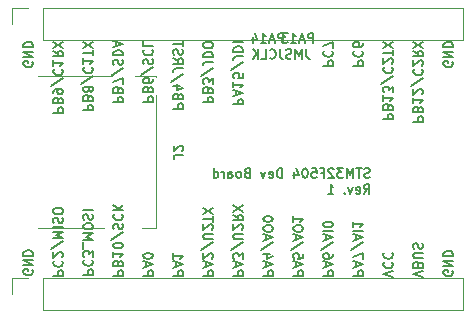
<source format=gbr>
%TF.GenerationSoftware,KiCad,Pcbnew,5.1.6+dfsg1-1*%
%TF.CreationDate,2020-06-20T13:40:11+08:00*%
%TF.ProjectId,stm32dev,73746d33-3264-4657-962e-6b696361645f,rev?*%
%TF.SameCoordinates,Original*%
%TF.FileFunction,Legend,Bot*%
%TF.FilePolarity,Positive*%
%FSLAX46Y46*%
G04 Gerber Fmt 4.6, Leading zero omitted, Abs format (unit mm)*
G04 Created by KiCad (PCBNEW 5.1.6+dfsg1-1) date 2020-06-20 13:40:11*
%MOMM*%
%LPD*%
G01*
G04 APERTURE LIST*
%ADD10C,0.150000*%
%ADD11C,0.120000*%
G04 APERTURE END LIST*
D10*
X166120119Y-99343809D02*
X166005833Y-99381904D01*
X165815357Y-99381904D01*
X165739166Y-99343809D01*
X165701071Y-99305714D01*
X165662976Y-99229523D01*
X165662976Y-99153333D01*
X165701071Y-99077142D01*
X165739166Y-99039047D01*
X165815357Y-99000952D01*
X165967738Y-98962857D01*
X166043928Y-98924761D01*
X166082023Y-98886666D01*
X166120119Y-98810476D01*
X166120119Y-98734285D01*
X166082023Y-98658095D01*
X166043928Y-98620000D01*
X165967738Y-98581904D01*
X165777261Y-98581904D01*
X165662976Y-98620000D01*
X165434404Y-98581904D02*
X164977261Y-98581904D01*
X165205833Y-99381904D02*
X165205833Y-98581904D01*
X164710595Y-99381904D02*
X164710595Y-98581904D01*
X164443928Y-99153333D01*
X164177261Y-98581904D01*
X164177261Y-99381904D01*
X163872500Y-98581904D02*
X163377261Y-98581904D01*
X163643928Y-98886666D01*
X163529642Y-98886666D01*
X163453452Y-98924761D01*
X163415357Y-98962857D01*
X163377261Y-99039047D01*
X163377261Y-99229523D01*
X163415357Y-99305714D01*
X163453452Y-99343809D01*
X163529642Y-99381904D01*
X163758214Y-99381904D01*
X163834404Y-99343809D01*
X163872500Y-99305714D01*
X163072500Y-98658095D02*
X163034404Y-98620000D01*
X162958214Y-98581904D01*
X162767738Y-98581904D01*
X162691547Y-98620000D01*
X162653452Y-98658095D01*
X162615357Y-98734285D01*
X162615357Y-98810476D01*
X162653452Y-98924761D01*
X163110595Y-99381904D01*
X162615357Y-99381904D01*
X162005833Y-98962857D02*
X162272500Y-98962857D01*
X162272500Y-99381904D02*
X162272500Y-98581904D01*
X161891547Y-98581904D01*
X161205833Y-98581904D02*
X161586785Y-98581904D01*
X161624880Y-98962857D01*
X161586785Y-98924761D01*
X161510595Y-98886666D01*
X161320119Y-98886666D01*
X161243928Y-98924761D01*
X161205833Y-98962857D01*
X161167738Y-99039047D01*
X161167738Y-99229523D01*
X161205833Y-99305714D01*
X161243928Y-99343809D01*
X161320119Y-99381904D01*
X161510595Y-99381904D01*
X161586785Y-99343809D01*
X161624880Y-99305714D01*
X160672500Y-98581904D02*
X160596309Y-98581904D01*
X160520119Y-98620000D01*
X160482023Y-98658095D01*
X160443928Y-98734285D01*
X160405833Y-98886666D01*
X160405833Y-99077142D01*
X160443928Y-99229523D01*
X160482023Y-99305714D01*
X160520119Y-99343809D01*
X160596309Y-99381904D01*
X160672500Y-99381904D01*
X160748690Y-99343809D01*
X160786785Y-99305714D01*
X160824880Y-99229523D01*
X160862976Y-99077142D01*
X160862976Y-98886666D01*
X160824880Y-98734285D01*
X160786785Y-98658095D01*
X160748690Y-98620000D01*
X160672500Y-98581904D01*
X159720119Y-98848571D02*
X159720119Y-99381904D01*
X159910595Y-98543809D02*
X160101071Y-99115238D01*
X159605833Y-99115238D01*
X158691547Y-99381904D02*
X158691547Y-98581904D01*
X158501071Y-98581904D01*
X158386785Y-98620000D01*
X158310595Y-98696190D01*
X158272500Y-98772380D01*
X158234404Y-98924761D01*
X158234404Y-99039047D01*
X158272500Y-99191428D01*
X158310595Y-99267619D01*
X158386785Y-99343809D01*
X158501071Y-99381904D01*
X158691547Y-99381904D01*
X157586785Y-99343809D02*
X157662976Y-99381904D01*
X157815357Y-99381904D01*
X157891547Y-99343809D01*
X157929642Y-99267619D01*
X157929642Y-98962857D01*
X157891547Y-98886666D01*
X157815357Y-98848571D01*
X157662976Y-98848571D01*
X157586785Y-98886666D01*
X157548690Y-98962857D01*
X157548690Y-99039047D01*
X157929642Y-99115238D01*
X157282023Y-98848571D02*
X157091547Y-99381904D01*
X156901071Y-98848571D01*
X155720119Y-98962857D02*
X155605833Y-99000952D01*
X155567738Y-99039047D01*
X155529642Y-99115238D01*
X155529642Y-99229523D01*
X155567738Y-99305714D01*
X155605833Y-99343809D01*
X155682023Y-99381904D01*
X155986785Y-99381904D01*
X155986785Y-98581904D01*
X155720119Y-98581904D01*
X155643928Y-98620000D01*
X155605833Y-98658095D01*
X155567738Y-98734285D01*
X155567738Y-98810476D01*
X155605833Y-98886666D01*
X155643928Y-98924761D01*
X155720119Y-98962857D01*
X155986785Y-98962857D01*
X155072500Y-99381904D02*
X155148690Y-99343809D01*
X155186785Y-99305714D01*
X155224880Y-99229523D01*
X155224880Y-99000952D01*
X155186785Y-98924761D01*
X155148690Y-98886666D01*
X155072500Y-98848571D01*
X154958214Y-98848571D01*
X154882023Y-98886666D01*
X154843928Y-98924761D01*
X154805833Y-99000952D01*
X154805833Y-99229523D01*
X154843928Y-99305714D01*
X154882023Y-99343809D01*
X154958214Y-99381904D01*
X155072500Y-99381904D01*
X154120119Y-99381904D02*
X154120119Y-98962857D01*
X154158214Y-98886666D01*
X154234404Y-98848571D01*
X154386785Y-98848571D01*
X154462976Y-98886666D01*
X154120119Y-99343809D02*
X154196309Y-99381904D01*
X154386785Y-99381904D01*
X154462976Y-99343809D01*
X154501071Y-99267619D01*
X154501071Y-99191428D01*
X154462976Y-99115238D01*
X154386785Y-99077142D01*
X154196309Y-99077142D01*
X154120119Y-99039047D01*
X153739166Y-99381904D02*
X153739166Y-98848571D01*
X153739166Y-99000952D02*
X153701071Y-98924761D01*
X153662976Y-98886666D01*
X153586785Y-98848571D01*
X153510595Y-98848571D01*
X152901071Y-99381904D02*
X152901071Y-98581904D01*
X152901071Y-99343809D02*
X152977261Y-99381904D01*
X153129642Y-99381904D01*
X153205833Y-99343809D01*
X153243928Y-99305714D01*
X153282023Y-99229523D01*
X153282023Y-99000952D01*
X153243928Y-98924761D01*
X153205833Y-98886666D01*
X153129642Y-98848571D01*
X152977261Y-98848571D01*
X152901071Y-98886666D01*
X165624880Y-100731904D02*
X165891547Y-100350952D01*
X166082023Y-100731904D02*
X166082023Y-99931904D01*
X165777261Y-99931904D01*
X165701071Y-99970000D01*
X165662976Y-100008095D01*
X165624880Y-100084285D01*
X165624880Y-100198571D01*
X165662976Y-100274761D01*
X165701071Y-100312857D01*
X165777261Y-100350952D01*
X166082023Y-100350952D01*
X164977261Y-100693809D02*
X165053452Y-100731904D01*
X165205833Y-100731904D01*
X165282023Y-100693809D01*
X165320119Y-100617619D01*
X165320119Y-100312857D01*
X165282023Y-100236666D01*
X165205833Y-100198571D01*
X165053452Y-100198571D01*
X164977261Y-100236666D01*
X164939166Y-100312857D01*
X164939166Y-100389047D01*
X165320119Y-100465238D01*
X164672500Y-100198571D02*
X164482023Y-100731904D01*
X164291547Y-100198571D01*
X163986785Y-100655714D02*
X163948690Y-100693809D01*
X163986785Y-100731904D01*
X164024880Y-100693809D01*
X163986785Y-100655714D01*
X163986785Y-100731904D01*
X162577261Y-100731904D02*
X163034404Y-100731904D01*
X162805833Y-100731904D02*
X162805833Y-99931904D01*
X162882023Y-100046190D01*
X162958214Y-100122380D01*
X163034404Y-100160476D01*
X137560000Y-89556071D02*
X137598095Y-89632261D01*
X137598095Y-89746547D01*
X137560000Y-89860833D01*
X137483809Y-89937023D01*
X137407619Y-89975119D01*
X137255238Y-90013214D01*
X137140952Y-90013214D01*
X136988571Y-89975119D01*
X136912380Y-89937023D01*
X136836190Y-89860833D01*
X136798095Y-89746547D01*
X136798095Y-89670357D01*
X136836190Y-89556071D01*
X136874285Y-89517976D01*
X137140952Y-89517976D01*
X137140952Y-89670357D01*
X136798095Y-89175119D02*
X137598095Y-89175119D01*
X136798095Y-88717976D01*
X137598095Y-88717976D01*
X136798095Y-88337023D02*
X137598095Y-88337023D01*
X137598095Y-88146547D01*
X137560000Y-88032261D01*
X137483809Y-87956071D01*
X137407619Y-87917976D01*
X137255238Y-87879880D01*
X137140952Y-87879880D01*
X136988571Y-87917976D01*
X136912380Y-87956071D01*
X136836190Y-88032261D01*
X136798095Y-88146547D01*
X136798095Y-88337023D01*
X139338095Y-93860833D02*
X140138095Y-93860833D01*
X140138095Y-93556071D01*
X140100000Y-93479880D01*
X140061904Y-93441785D01*
X139985714Y-93403690D01*
X139871428Y-93403690D01*
X139795238Y-93441785D01*
X139757142Y-93479880D01*
X139719047Y-93556071D01*
X139719047Y-93860833D01*
X139757142Y-92794166D02*
X139719047Y-92679880D01*
X139680952Y-92641785D01*
X139604761Y-92603690D01*
X139490476Y-92603690D01*
X139414285Y-92641785D01*
X139376190Y-92679880D01*
X139338095Y-92756071D01*
X139338095Y-93060833D01*
X140138095Y-93060833D01*
X140138095Y-92794166D01*
X140100000Y-92717976D01*
X140061904Y-92679880D01*
X139985714Y-92641785D01*
X139909523Y-92641785D01*
X139833333Y-92679880D01*
X139795238Y-92717976D01*
X139757142Y-92794166D01*
X139757142Y-93060833D01*
X139338095Y-92222738D02*
X139338095Y-92070357D01*
X139376190Y-91994166D01*
X139414285Y-91956071D01*
X139528571Y-91879880D01*
X139680952Y-91841785D01*
X139985714Y-91841785D01*
X140061904Y-91879880D01*
X140100000Y-91917976D01*
X140138095Y-91994166D01*
X140138095Y-92146547D01*
X140100000Y-92222738D01*
X140061904Y-92260833D01*
X139985714Y-92298928D01*
X139795238Y-92298928D01*
X139719047Y-92260833D01*
X139680952Y-92222738D01*
X139642857Y-92146547D01*
X139642857Y-91994166D01*
X139680952Y-91917976D01*
X139719047Y-91879880D01*
X139795238Y-91841785D01*
X140176190Y-90927500D02*
X139147619Y-91613214D01*
X139414285Y-90203690D02*
X139376190Y-90241785D01*
X139338095Y-90356071D01*
X139338095Y-90432261D01*
X139376190Y-90546547D01*
X139452380Y-90622738D01*
X139528571Y-90660833D01*
X139680952Y-90698928D01*
X139795238Y-90698928D01*
X139947619Y-90660833D01*
X140023809Y-90622738D01*
X140100000Y-90546547D01*
X140138095Y-90432261D01*
X140138095Y-90356071D01*
X140100000Y-90241785D01*
X140061904Y-90203690D01*
X139338095Y-89441785D02*
X139338095Y-89898928D01*
X139338095Y-89670357D02*
X140138095Y-89670357D01*
X140023809Y-89746547D01*
X139947619Y-89822738D01*
X139909523Y-89898928D01*
X139338095Y-88641785D02*
X139719047Y-88908452D01*
X139338095Y-89098928D02*
X140138095Y-89098928D01*
X140138095Y-88794166D01*
X140100000Y-88717976D01*
X140061904Y-88679880D01*
X139985714Y-88641785D01*
X139871428Y-88641785D01*
X139795238Y-88679880D01*
X139757142Y-88717976D01*
X139719047Y-88794166D01*
X139719047Y-89098928D01*
X140138095Y-88375119D02*
X139338095Y-87841785D01*
X140138095Y-87841785D02*
X139338095Y-88375119D01*
X141878095Y-93670357D02*
X142678095Y-93670357D01*
X142678095Y-93365595D01*
X142640000Y-93289404D01*
X142601904Y-93251309D01*
X142525714Y-93213214D01*
X142411428Y-93213214D01*
X142335238Y-93251309D01*
X142297142Y-93289404D01*
X142259047Y-93365595D01*
X142259047Y-93670357D01*
X142297142Y-92603690D02*
X142259047Y-92489404D01*
X142220952Y-92451309D01*
X142144761Y-92413214D01*
X142030476Y-92413214D01*
X141954285Y-92451309D01*
X141916190Y-92489404D01*
X141878095Y-92565595D01*
X141878095Y-92870357D01*
X142678095Y-92870357D01*
X142678095Y-92603690D01*
X142640000Y-92527500D01*
X142601904Y-92489404D01*
X142525714Y-92451309D01*
X142449523Y-92451309D01*
X142373333Y-92489404D01*
X142335238Y-92527500D01*
X142297142Y-92603690D01*
X142297142Y-92870357D01*
X142335238Y-91956071D02*
X142373333Y-92032261D01*
X142411428Y-92070357D01*
X142487619Y-92108452D01*
X142525714Y-92108452D01*
X142601904Y-92070357D01*
X142640000Y-92032261D01*
X142678095Y-91956071D01*
X142678095Y-91803690D01*
X142640000Y-91727500D01*
X142601904Y-91689404D01*
X142525714Y-91651309D01*
X142487619Y-91651309D01*
X142411428Y-91689404D01*
X142373333Y-91727500D01*
X142335238Y-91803690D01*
X142335238Y-91956071D01*
X142297142Y-92032261D01*
X142259047Y-92070357D01*
X142182857Y-92108452D01*
X142030476Y-92108452D01*
X141954285Y-92070357D01*
X141916190Y-92032261D01*
X141878095Y-91956071D01*
X141878095Y-91803690D01*
X141916190Y-91727500D01*
X141954285Y-91689404D01*
X142030476Y-91651309D01*
X142182857Y-91651309D01*
X142259047Y-91689404D01*
X142297142Y-91727500D01*
X142335238Y-91803690D01*
X142716190Y-90737023D02*
X141687619Y-91422738D01*
X141954285Y-90013214D02*
X141916190Y-90051309D01*
X141878095Y-90165595D01*
X141878095Y-90241785D01*
X141916190Y-90356071D01*
X141992380Y-90432261D01*
X142068571Y-90470357D01*
X142220952Y-90508452D01*
X142335238Y-90508452D01*
X142487619Y-90470357D01*
X142563809Y-90432261D01*
X142640000Y-90356071D01*
X142678095Y-90241785D01*
X142678095Y-90165595D01*
X142640000Y-90051309D01*
X142601904Y-90013214D01*
X141878095Y-89251309D02*
X141878095Y-89708452D01*
X141878095Y-89479880D02*
X142678095Y-89479880D01*
X142563809Y-89556071D01*
X142487619Y-89632261D01*
X142449523Y-89708452D01*
X142678095Y-89022738D02*
X142678095Y-88565595D01*
X141878095Y-88794166D02*
X142678095Y-88794166D01*
X142678095Y-88375119D02*
X141878095Y-87841785D01*
X142678095Y-87841785D02*
X141878095Y-88375119D01*
X144418095Y-92984642D02*
X145218095Y-92984642D01*
X145218095Y-92679880D01*
X145180000Y-92603690D01*
X145141904Y-92565595D01*
X145065714Y-92527500D01*
X144951428Y-92527500D01*
X144875238Y-92565595D01*
X144837142Y-92603690D01*
X144799047Y-92679880D01*
X144799047Y-92984642D01*
X144837142Y-91917976D02*
X144799047Y-91803690D01*
X144760952Y-91765595D01*
X144684761Y-91727500D01*
X144570476Y-91727500D01*
X144494285Y-91765595D01*
X144456190Y-91803690D01*
X144418095Y-91879880D01*
X144418095Y-92184642D01*
X145218095Y-92184642D01*
X145218095Y-91917976D01*
X145180000Y-91841785D01*
X145141904Y-91803690D01*
X145065714Y-91765595D01*
X144989523Y-91765595D01*
X144913333Y-91803690D01*
X144875238Y-91841785D01*
X144837142Y-91917976D01*
X144837142Y-92184642D01*
X145218095Y-91460833D02*
X145218095Y-90927500D01*
X144418095Y-91270357D01*
X145256190Y-90051309D02*
X144227619Y-90737023D01*
X144456190Y-89822738D02*
X144418095Y-89708452D01*
X144418095Y-89517976D01*
X144456190Y-89441785D01*
X144494285Y-89403690D01*
X144570476Y-89365595D01*
X144646666Y-89365595D01*
X144722857Y-89403690D01*
X144760952Y-89441785D01*
X144799047Y-89517976D01*
X144837142Y-89670357D01*
X144875238Y-89746547D01*
X144913333Y-89784642D01*
X144989523Y-89822738D01*
X145065714Y-89822738D01*
X145141904Y-89784642D01*
X145180000Y-89746547D01*
X145218095Y-89670357D01*
X145218095Y-89479880D01*
X145180000Y-89365595D01*
X144418095Y-89022738D02*
X145218095Y-89022738D01*
X145218095Y-88832261D01*
X145180000Y-88717976D01*
X145103809Y-88641785D01*
X145027619Y-88603690D01*
X144875238Y-88565595D01*
X144760952Y-88565595D01*
X144608571Y-88603690D01*
X144532380Y-88641785D01*
X144456190Y-88717976D01*
X144418095Y-88832261D01*
X144418095Y-89022738D01*
X144646666Y-88260833D02*
X144646666Y-87879880D01*
X144418095Y-88337023D02*
X145218095Y-88070357D01*
X144418095Y-87803690D01*
X146958095Y-92946547D02*
X147758095Y-92946547D01*
X147758095Y-92641785D01*
X147720000Y-92565595D01*
X147681904Y-92527500D01*
X147605714Y-92489404D01*
X147491428Y-92489404D01*
X147415238Y-92527500D01*
X147377142Y-92565595D01*
X147339047Y-92641785D01*
X147339047Y-92946547D01*
X147377142Y-91879880D02*
X147339047Y-91765595D01*
X147300952Y-91727500D01*
X147224761Y-91689404D01*
X147110476Y-91689404D01*
X147034285Y-91727500D01*
X146996190Y-91765595D01*
X146958095Y-91841785D01*
X146958095Y-92146547D01*
X147758095Y-92146547D01*
X147758095Y-91879880D01*
X147720000Y-91803690D01*
X147681904Y-91765595D01*
X147605714Y-91727500D01*
X147529523Y-91727500D01*
X147453333Y-91765595D01*
X147415238Y-91803690D01*
X147377142Y-91879880D01*
X147377142Y-92146547D01*
X147758095Y-91003690D02*
X147758095Y-91156071D01*
X147720000Y-91232261D01*
X147681904Y-91270357D01*
X147567619Y-91346547D01*
X147415238Y-91384642D01*
X147110476Y-91384642D01*
X147034285Y-91346547D01*
X146996190Y-91308452D01*
X146958095Y-91232261D01*
X146958095Y-91079880D01*
X146996190Y-91003690D01*
X147034285Y-90965595D01*
X147110476Y-90927500D01*
X147300952Y-90927500D01*
X147377142Y-90965595D01*
X147415238Y-91003690D01*
X147453333Y-91079880D01*
X147453333Y-91232261D01*
X147415238Y-91308452D01*
X147377142Y-91346547D01*
X147300952Y-91384642D01*
X147796190Y-90013214D02*
X146767619Y-90698928D01*
X146996190Y-89784642D02*
X146958095Y-89670357D01*
X146958095Y-89479880D01*
X146996190Y-89403690D01*
X147034285Y-89365595D01*
X147110476Y-89327500D01*
X147186666Y-89327500D01*
X147262857Y-89365595D01*
X147300952Y-89403690D01*
X147339047Y-89479880D01*
X147377142Y-89632261D01*
X147415238Y-89708452D01*
X147453333Y-89746547D01*
X147529523Y-89784642D01*
X147605714Y-89784642D01*
X147681904Y-89746547D01*
X147720000Y-89708452D01*
X147758095Y-89632261D01*
X147758095Y-89441785D01*
X147720000Y-89327500D01*
X147034285Y-88527500D02*
X146996190Y-88565595D01*
X146958095Y-88679880D01*
X146958095Y-88756071D01*
X146996190Y-88870357D01*
X147072380Y-88946547D01*
X147148571Y-88984642D01*
X147300952Y-89022738D01*
X147415238Y-89022738D01*
X147567619Y-88984642D01*
X147643809Y-88946547D01*
X147720000Y-88870357D01*
X147758095Y-88756071D01*
X147758095Y-88679880D01*
X147720000Y-88565595D01*
X147681904Y-88527500D01*
X146958095Y-87803690D02*
X146958095Y-88184642D01*
X147758095Y-88184642D01*
X149498095Y-93517976D02*
X150298095Y-93517976D01*
X150298095Y-93213214D01*
X150260000Y-93137023D01*
X150221904Y-93098928D01*
X150145714Y-93060833D01*
X150031428Y-93060833D01*
X149955238Y-93098928D01*
X149917142Y-93137023D01*
X149879047Y-93213214D01*
X149879047Y-93517976D01*
X149917142Y-92451309D02*
X149879047Y-92337023D01*
X149840952Y-92298928D01*
X149764761Y-92260833D01*
X149650476Y-92260833D01*
X149574285Y-92298928D01*
X149536190Y-92337023D01*
X149498095Y-92413214D01*
X149498095Y-92717976D01*
X150298095Y-92717976D01*
X150298095Y-92451309D01*
X150260000Y-92375119D01*
X150221904Y-92337023D01*
X150145714Y-92298928D01*
X150069523Y-92298928D01*
X149993333Y-92337023D01*
X149955238Y-92375119D01*
X149917142Y-92451309D01*
X149917142Y-92717976D01*
X150031428Y-91575119D02*
X149498095Y-91575119D01*
X150336190Y-91765595D02*
X149764761Y-91956071D01*
X149764761Y-91460833D01*
X150336190Y-90584642D02*
X149307619Y-91270357D01*
X150298095Y-90089404D02*
X149726666Y-90089404D01*
X149612380Y-90127500D01*
X149536190Y-90203690D01*
X149498095Y-90317976D01*
X149498095Y-90394166D01*
X149498095Y-89251309D02*
X149879047Y-89517976D01*
X149498095Y-89708452D02*
X150298095Y-89708452D01*
X150298095Y-89403690D01*
X150260000Y-89327500D01*
X150221904Y-89289404D01*
X150145714Y-89251309D01*
X150031428Y-89251309D01*
X149955238Y-89289404D01*
X149917142Y-89327500D01*
X149879047Y-89403690D01*
X149879047Y-89708452D01*
X149536190Y-88946547D02*
X149498095Y-88832261D01*
X149498095Y-88641785D01*
X149536190Y-88565595D01*
X149574285Y-88527500D01*
X149650476Y-88489404D01*
X149726666Y-88489404D01*
X149802857Y-88527500D01*
X149840952Y-88565595D01*
X149879047Y-88641785D01*
X149917142Y-88794166D01*
X149955238Y-88870357D01*
X149993333Y-88908452D01*
X150069523Y-88946547D01*
X150145714Y-88946547D01*
X150221904Y-88908452D01*
X150260000Y-88870357D01*
X150298095Y-88794166D01*
X150298095Y-88603690D01*
X150260000Y-88489404D01*
X150298095Y-88260833D02*
X150298095Y-87803690D01*
X149498095Y-88032261D02*
X150298095Y-88032261D01*
X152038095Y-92984642D02*
X152838095Y-92984642D01*
X152838095Y-92679880D01*
X152800000Y-92603690D01*
X152761904Y-92565595D01*
X152685714Y-92527500D01*
X152571428Y-92527500D01*
X152495238Y-92565595D01*
X152457142Y-92603690D01*
X152419047Y-92679880D01*
X152419047Y-92984642D01*
X152457142Y-91917976D02*
X152419047Y-91803690D01*
X152380952Y-91765595D01*
X152304761Y-91727500D01*
X152190476Y-91727500D01*
X152114285Y-91765595D01*
X152076190Y-91803690D01*
X152038095Y-91879880D01*
X152038095Y-92184642D01*
X152838095Y-92184642D01*
X152838095Y-91917976D01*
X152800000Y-91841785D01*
X152761904Y-91803690D01*
X152685714Y-91765595D01*
X152609523Y-91765595D01*
X152533333Y-91803690D01*
X152495238Y-91841785D01*
X152457142Y-91917976D01*
X152457142Y-92184642D01*
X152838095Y-91460833D02*
X152838095Y-90965595D01*
X152533333Y-91232261D01*
X152533333Y-91117976D01*
X152495238Y-91041785D01*
X152457142Y-91003690D01*
X152380952Y-90965595D01*
X152190476Y-90965595D01*
X152114285Y-91003690D01*
X152076190Y-91041785D01*
X152038095Y-91117976D01*
X152038095Y-91346547D01*
X152076190Y-91422738D01*
X152114285Y-91460833D01*
X152876190Y-90051309D02*
X151847619Y-90737023D01*
X152838095Y-89556071D02*
X152266666Y-89556071D01*
X152152380Y-89594166D01*
X152076190Y-89670357D01*
X152038095Y-89784642D01*
X152038095Y-89860833D01*
X152038095Y-89175119D02*
X152838095Y-89175119D01*
X152838095Y-88984642D01*
X152800000Y-88870357D01*
X152723809Y-88794166D01*
X152647619Y-88756071D01*
X152495238Y-88717976D01*
X152380952Y-88717976D01*
X152228571Y-88756071D01*
X152152380Y-88794166D01*
X152076190Y-88870357D01*
X152038095Y-88984642D01*
X152038095Y-89175119D01*
X152838095Y-88222738D02*
X152838095Y-88070357D01*
X152800000Y-87994166D01*
X152723809Y-87917976D01*
X152571428Y-87879880D01*
X152304761Y-87879880D01*
X152152380Y-87917976D01*
X152076190Y-87994166D01*
X152038095Y-88070357D01*
X152038095Y-88222738D01*
X152076190Y-88298928D01*
X152152380Y-88375119D01*
X152304761Y-88413214D01*
X152571428Y-88413214D01*
X152723809Y-88375119D01*
X152800000Y-88298928D01*
X152838095Y-88222738D01*
X154578095Y-93175119D02*
X155378095Y-93175119D01*
X155378095Y-92870357D01*
X155340000Y-92794166D01*
X155301904Y-92756071D01*
X155225714Y-92717976D01*
X155111428Y-92717976D01*
X155035238Y-92756071D01*
X154997142Y-92794166D01*
X154959047Y-92870357D01*
X154959047Y-93175119D01*
X154806666Y-92413214D02*
X154806666Y-92032261D01*
X154578095Y-92489404D02*
X155378095Y-92222738D01*
X154578095Y-91956071D01*
X154578095Y-91270357D02*
X154578095Y-91727500D01*
X154578095Y-91498928D02*
X155378095Y-91498928D01*
X155263809Y-91575119D01*
X155187619Y-91651309D01*
X155149523Y-91727500D01*
X155378095Y-90546547D02*
X155378095Y-90927500D01*
X154997142Y-90965595D01*
X155035238Y-90927500D01*
X155073333Y-90851309D01*
X155073333Y-90660833D01*
X155035238Y-90584642D01*
X154997142Y-90546547D01*
X154920952Y-90508452D01*
X154730476Y-90508452D01*
X154654285Y-90546547D01*
X154616190Y-90584642D01*
X154578095Y-90660833D01*
X154578095Y-90851309D01*
X154616190Y-90927500D01*
X154654285Y-90965595D01*
X155416190Y-89594166D02*
X154387619Y-90279880D01*
X155378095Y-89098928D02*
X154806666Y-89098928D01*
X154692380Y-89137023D01*
X154616190Y-89213214D01*
X154578095Y-89327500D01*
X154578095Y-89403690D01*
X154578095Y-88717976D02*
X155378095Y-88717976D01*
X155378095Y-88527500D01*
X155340000Y-88413214D01*
X155263809Y-88337023D01*
X155187619Y-88298928D01*
X155035238Y-88260833D01*
X154920952Y-88260833D01*
X154768571Y-88298928D01*
X154692380Y-88337023D01*
X154616190Y-88413214D01*
X154578095Y-88527500D01*
X154578095Y-88717976D01*
X154578095Y-87917976D02*
X155378095Y-87917976D01*
X158794285Y-87951904D02*
X158794285Y-87151904D01*
X158489523Y-87151904D01*
X158413333Y-87190000D01*
X158375238Y-87228095D01*
X158337142Y-87304285D01*
X158337142Y-87418571D01*
X158375238Y-87494761D01*
X158413333Y-87532857D01*
X158489523Y-87570952D01*
X158794285Y-87570952D01*
X158032380Y-87723333D02*
X157651428Y-87723333D01*
X158108571Y-87951904D02*
X157841904Y-87151904D01*
X157575238Y-87951904D01*
X156889523Y-87951904D02*
X157346666Y-87951904D01*
X157118095Y-87951904D02*
X157118095Y-87151904D01*
X157194285Y-87266190D01*
X157270476Y-87342380D01*
X157346666Y-87380476D01*
X156203809Y-87418571D02*
X156203809Y-87951904D01*
X156394285Y-87113809D02*
X156584761Y-87685238D01*
X156089523Y-87685238D01*
X158489523Y-88501904D02*
X158489523Y-89073333D01*
X158527619Y-89187619D01*
X158603809Y-89263809D01*
X158718095Y-89301904D01*
X158794285Y-89301904D01*
X157651428Y-89225714D02*
X157689523Y-89263809D01*
X157803809Y-89301904D01*
X157880000Y-89301904D01*
X157994285Y-89263809D01*
X158070476Y-89187619D01*
X158108571Y-89111428D01*
X158146666Y-88959047D01*
X158146666Y-88844761D01*
X158108571Y-88692380D01*
X158070476Y-88616190D01*
X157994285Y-88540000D01*
X157880000Y-88501904D01*
X157803809Y-88501904D01*
X157689523Y-88540000D01*
X157651428Y-88578095D01*
X156927619Y-89301904D02*
X157308571Y-89301904D01*
X157308571Y-88501904D01*
X156660952Y-89301904D02*
X156660952Y-88501904D01*
X156203809Y-89301904D02*
X156546666Y-88844761D01*
X156203809Y-88501904D02*
X156660952Y-88959047D01*
X161334285Y-87951904D02*
X161334285Y-87151904D01*
X161029523Y-87151904D01*
X160953333Y-87190000D01*
X160915238Y-87228095D01*
X160877142Y-87304285D01*
X160877142Y-87418571D01*
X160915238Y-87494761D01*
X160953333Y-87532857D01*
X161029523Y-87570952D01*
X161334285Y-87570952D01*
X160572380Y-87723333D02*
X160191428Y-87723333D01*
X160648571Y-87951904D02*
X160381904Y-87151904D01*
X160115238Y-87951904D01*
X159429523Y-87951904D02*
X159886666Y-87951904D01*
X159658095Y-87951904D02*
X159658095Y-87151904D01*
X159734285Y-87266190D01*
X159810476Y-87342380D01*
X159886666Y-87380476D01*
X159162857Y-87151904D02*
X158667619Y-87151904D01*
X158934285Y-87456666D01*
X158820000Y-87456666D01*
X158743809Y-87494761D01*
X158705714Y-87532857D01*
X158667619Y-87609047D01*
X158667619Y-87799523D01*
X158705714Y-87875714D01*
X158743809Y-87913809D01*
X158820000Y-87951904D01*
X159048571Y-87951904D01*
X159124761Y-87913809D01*
X159162857Y-87875714D01*
X160743809Y-88501904D02*
X160743809Y-89073333D01*
X160781904Y-89187619D01*
X160858095Y-89263809D01*
X160972380Y-89301904D01*
X161048571Y-89301904D01*
X160362857Y-89301904D02*
X160362857Y-88501904D01*
X160096190Y-89073333D01*
X159829523Y-88501904D01*
X159829523Y-89301904D01*
X159486666Y-89263809D02*
X159372380Y-89301904D01*
X159181904Y-89301904D01*
X159105714Y-89263809D01*
X159067619Y-89225714D01*
X159029523Y-89149523D01*
X159029523Y-89073333D01*
X159067619Y-88997142D01*
X159105714Y-88959047D01*
X159181904Y-88920952D01*
X159334285Y-88882857D01*
X159410476Y-88844761D01*
X159448571Y-88806666D01*
X159486666Y-88730476D01*
X159486666Y-88654285D01*
X159448571Y-88578095D01*
X159410476Y-88540000D01*
X159334285Y-88501904D01*
X159143809Y-88501904D01*
X159029523Y-88540000D01*
X162198095Y-89898928D02*
X162998095Y-89898928D01*
X162998095Y-89594166D01*
X162960000Y-89517976D01*
X162921904Y-89479880D01*
X162845714Y-89441785D01*
X162731428Y-89441785D01*
X162655238Y-89479880D01*
X162617142Y-89517976D01*
X162579047Y-89594166D01*
X162579047Y-89898928D01*
X162274285Y-88641785D02*
X162236190Y-88679880D01*
X162198095Y-88794166D01*
X162198095Y-88870357D01*
X162236190Y-88984642D01*
X162312380Y-89060833D01*
X162388571Y-89098928D01*
X162540952Y-89137023D01*
X162655238Y-89137023D01*
X162807619Y-89098928D01*
X162883809Y-89060833D01*
X162960000Y-88984642D01*
X162998095Y-88870357D01*
X162998095Y-88794166D01*
X162960000Y-88679880D01*
X162921904Y-88641785D01*
X162998095Y-88375119D02*
X162998095Y-87841785D01*
X162198095Y-88184642D01*
X164738095Y-89898928D02*
X165538095Y-89898928D01*
X165538095Y-89594166D01*
X165500000Y-89517976D01*
X165461904Y-89479880D01*
X165385714Y-89441785D01*
X165271428Y-89441785D01*
X165195238Y-89479880D01*
X165157142Y-89517976D01*
X165119047Y-89594166D01*
X165119047Y-89898928D01*
X164814285Y-88641785D02*
X164776190Y-88679880D01*
X164738095Y-88794166D01*
X164738095Y-88870357D01*
X164776190Y-88984642D01*
X164852380Y-89060833D01*
X164928571Y-89098928D01*
X165080952Y-89137023D01*
X165195238Y-89137023D01*
X165347619Y-89098928D01*
X165423809Y-89060833D01*
X165500000Y-88984642D01*
X165538095Y-88870357D01*
X165538095Y-88794166D01*
X165500000Y-88679880D01*
X165461904Y-88641785D01*
X165538095Y-87956071D02*
X165538095Y-88108452D01*
X165500000Y-88184642D01*
X165461904Y-88222738D01*
X165347619Y-88298928D01*
X165195238Y-88337023D01*
X164890476Y-88337023D01*
X164814285Y-88298928D01*
X164776190Y-88260833D01*
X164738095Y-88184642D01*
X164738095Y-88032261D01*
X164776190Y-87956071D01*
X164814285Y-87917976D01*
X164890476Y-87879880D01*
X165080952Y-87879880D01*
X165157142Y-87917976D01*
X165195238Y-87956071D01*
X165233333Y-88032261D01*
X165233333Y-88184642D01*
X165195238Y-88260833D01*
X165157142Y-88298928D01*
X165080952Y-88337023D01*
X167278095Y-94432261D02*
X168078095Y-94432261D01*
X168078095Y-94127500D01*
X168040000Y-94051309D01*
X168001904Y-94013214D01*
X167925714Y-93975119D01*
X167811428Y-93975119D01*
X167735238Y-94013214D01*
X167697142Y-94051309D01*
X167659047Y-94127500D01*
X167659047Y-94432261D01*
X167697142Y-93365595D02*
X167659047Y-93251309D01*
X167620952Y-93213214D01*
X167544761Y-93175119D01*
X167430476Y-93175119D01*
X167354285Y-93213214D01*
X167316190Y-93251309D01*
X167278095Y-93327500D01*
X167278095Y-93632261D01*
X168078095Y-93632261D01*
X168078095Y-93365595D01*
X168040000Y-93289404D01*
X168001904Y-93251309D01*
X167925714Y-93213214D01*
X167849523Y-93213214D01*
X167773333Y-93251309D01*
X167735238Y-93289404D01*
X167697142Y-93365595D01*
X167697142Y-93632261D01*
X167278095Y-92413214D02*
X167278095Y-92870357D01*
X167278095Y-92641785D02*
X168078095Y-92641785D01*
X167963809Y-92717976D01*
X167887619Y-92794166D01*
X167849523Y-92870357D01*
X168078095Y-92146547D02*
X168078095Y-91651309D01*
X167773333Y-91917976D01*
X167773333Y-91803690D01*
X167735238Y-91727500D01*
X167697142Y-91689404D01*
X167620952Y-91651309D01*
X167430476Y-91651309D01*
X167354285Y-91689404D01*
X167316190Y-91727500D01*
X167278095Y-91803690D01*
X167278095Y-92032261D01*
X167316190Y-92108452D01*
X167354285Y-92146547D01*
X168116190Y-90737023D02*
X167087619Y-91422738D01*
X167354285Y-90013214D02*
X167316190Y-90051309D01*
X167278095Y-90165595D01*
X167278095Y-90241785D01*
X167316190Y-90356071D01*
X167392380Y-90432261D01*
X167468571Y-90470357D01*
X167620952Y-90508452D01*
X167735238Y-90508452D01*
X167887619Y-90470357D01*
X167963809Y-90432261D01*
X168040000Y-90356071D01*
X168078095Y-90241785D01*
X168078095Y-90165595D01*
X168040000Y-90051309D01*
X168001904Y-90013214D01*
X168001904Y-89708452D02*
X168040000Y-89670357D01*
X168078095Y-89594166D01*
X168078095Y-89403690D01*
X168040000Y-89327500D01*
X168001904Y-89289404D01*
X167925714Y-89251309D01*
X167849523Y-89251309D01*
X167735238Y-89289404D01*
X167278095Y-89746547D01*
X167278095Y-89251309D01*
X168078095Y-89022738D02*
X168078095Y-88565595D01*
X167278095Y-88794166D02*
X168078095Y-88794166D01*
X168078095Y-88375119D02*
X167278095Y-87841785D01*
X168078095Y-87841785D02*
X167278095Y-88375119D01*
X169818095Y-94622738D02*
X170618095Y-94622738D01*
X170618095Y-94317976D01*
X170580000Y-94241785D01*
X170541904Y-94203690D01*
X170465714Y-94165595D01*
X170351428Y-94165595D01*
X170275238Y-94203690D01*
X170237142Y-94241785D01*
X170199047Y-94317976D01*
X170199047Y-94622738D01*
X170237142Y-93556071D02*
X170199047Y-93441785D01*
X170160952Y-93403690D01*
X170084761Y-93365595D01*
X169970476Y-93365595D01*
X169894285Y-93403690D01*
X169856190Y-93441785D01*
X169818095Y-93517976D01*
X169818095Y-93822738D01*
X170618095Y-93822738D01*
X170618095Y-93556071D01*
X170580000Y-93479880D01*
X170541904Y-93441785D01*
X170465714Y-93403690D01*
X170389523Y-93403690D01*
X170313333Y-93441785D01*
X170275238Y-93479880D01*
X170237142Y-93556071D01*
X170237142Y-93822738D01*
X169818095Y-92603690D02*
X169818095Y-93060833D01*
X169818095Y-92832261D02*
X170618095Y-92832261D01*
X170503809Y-92908452D01*
X170427619Y-92984642D01*
X170389523Y-93060833D01*
X170541904Y-92298928D02*
X170580000Y-92260833D01*
X170618095Y-92184642D01*
X170618095Y-91994166D01*
X170580000Y-91917976D01*
X170541904Y-91879880D01*
X170465714Y-91841785D01*
X170389523Y-91841785D01*
X170275238Y-91879880D01*
X169818095Y-92337023D01*
X169818095Y-91841785D01*
X170656190Y-90927500D02*
X169627619Y-91613214D01*
X169894285Y-90203690D02*
X169856190Y-90241785D01*
X169818095Y-90356071D01*
X169818095Y-90432261D01*
X169856190Y-90546547D01*
X169932380Y-90622738D01*
X170008571Y-90660833D01*
X170160952Y-90698928D01*
X170275238Y-90698928D01*
X170427619Y-90660833D01*
X170503809Y-90622738D01*
X170580000Y-90546547D01*
X170618095Y-90432261D01*
X170618095Y-90356071D01*
X170580000Y-90241785D01*
X170541904Y-90203690D01*
X170541904Y-89898928D02*
X170580000Y-89860833D01*
X170618095Y-89784642D01*
X170618095Y-89594166D01*
X170580000Y-89517976D01*
X170541904Y-89479880D01*
X170465714Y-89441785D01*
X170389523Y-89441785D01*
X170275238Y-89479880D01*
X169818095Y-89937023D01*
X169818095Y-89441785D01*
X169818095Y-88641785D02*
X170199047Y-88908452D01*
X169818095Y-89098928D02*
X170618095Y-89098928D01*
X170618095Y-88794166D01*
X170580000Y-88717976D01*
X170541904Y-88679880D01*
X170465714Y-88641785D01*
X170351428Y-88641785D01*
X170275238Y-88679880D01*
X170237142Y-88717976D01*
X170199047Y-88794166D01*
X170199047Y-89098928D01*
X170618095Y-88375119D02*
X169818095Y-87841785D01*
X170618095Y-87841785D02*
X169818095Y-88375119D01*
X173120000Y-89556071D02*
X173158095Y-89632261D01*
X173158095Y-89746547D01*
X173120000Y-89860833D01*
X173043809Y-89937023D01*
X172967619Y-89975119D01*
X172815238Y-90013214D01*
X172700952Y-90013214D01*
X172548571Y-89975119D01*
X172472380Y-89937023D01*
X172396190Y-89860833D01*
X172358095Y-89746547D01*
X172358095Y-89670357D01*
X172396190Y-89556071D01*
X172434285Y-89517976D01*
X172700952Y-89517976D01*
X172700952Y-89670357D01*
X172358095Y-89175119D02*
X173158095Y-89175119D01*
X172358095Y-88717976D01*
X173158095Y-88717976D01*
X172358095Y-88337023D02*
X173158095Y-88337023D01*
X173158095Y-88146547D01*
X173120000Y-88032261D01*
X173043809Y-87956071D01*
X172967619Y-87917976D01*
X172815238Y-87879880D01*
X172700952Y-87879880D01*
X172548571Y-87917976D01*
X172472380Y-87956071D01*
X172396190Y-88032261D01*
X172358095Y-88146547D01*
X172358095Y-88337023D01*
X152038095Y-107662023D02*
X152838095Y-107662023D01*
X152838095Y-107357261D01*
X152800000Y-107281071D01*
X152761904Y-107242976D01*
X152685714Y-107204880D01*
X152571428Y-107204880D01*
X152495238Y-107242976D01*
X152457142Y-107281071D01*
X152419047Y-107357261D01*
X152419047Y-107662023D01*
X152266666Y-106900119D02*
X152266666Y-106519166D01*
X152038095Y-106976309D02*
X152838095Y-106709642D01*
X152038095Y-106442976D01*
X152761904Y-106214404D02*
X152800000Y-106176309D01*
X152838095Y-106100119D01*
X152838095Y-105909642D01*
X152800000Y-105833452D01*
X152761904Y-105795357D01*
X152685714Y-105757261D01*
X152609523Y-105757261D01*
X152495238Y-105795357D01*
X152038095Y-106252500D01*
X152038095Y-105757261D01*
X152876190Y-104842976D02*
X151847619Y-105528690D01*
X152838095Y-104576309D02*
X152190476Y-104576309D01*
X152114285Y-104538214D01*
X152076190Y-104500119D01*
X152038095Y-104423928D01*
X152038095Y-104271547D01*
X152076190Y-104195357D01*
X152114285Y-104157261D01*
X152190476Y-104119166D01*
X152838095Y-104119166D01*
X152761904Y-103776309D02*
X152800000Y-103738214D01*
X152838095Y-103662023D01*
X152838095Y-103471547D01*
X152800000Y-103395357D01*
X152761904Y-103357261D01*
X152685714Y-103319166D01*
X152609523Y-103319166D01*
X152495238Y-103357261D01*
X152038095Y-103814404D01*
X152038095Y-103319166D01*
X152838095Y-103090595D02*
X152838095Y-102633452D01*
X152038095Y-102862023D02*
X152838095Y-102862023D01*
X152838095Y-102442976D02*
X152038095Y-101909642D01*
X152838095Y-101909642D02*
X152038095Y-102442976D01*
X149498095Y-107662023D02*
X150298095Y-107662023D01*
X150298095Y-107357261D01*
X150260000Y-107281071D01*
X150221904Y-107242976D01*
X150145714Y-107204880D01*
X150031428Y-107204880D01*
X149955238Y-107242976D01*
X149917142Y-107281071D01*
X149879047Y-107357261D01*
X149879047Y-107662023D01*
X149726666Y-106900119D02*
X149726666Y-106519166D01*
X149498095Y-106976309D02*
X150298095Y-106709642D01*
X149498095Y-106442976D01*
X149498095Y-105757261D02*
X149498095Y-106214404D01*
X149498095Y-105985833D02*
X150298095Y-105985833D01*
X150183809Y-106062023D01*
X150107619Y-106138214D01*
X150069523Y-106214404D01*
X146958095Y-107662023D02*
X147758095Y-107662023D01*
X147758095Y-107357261D01*
X147720000Y-107281071D01*
X147681904Y-107242976D01*
X147605714Y-107204880D01*
X147491428Y-107204880D01*
X147415238Y-107242976D01*
X147377142Y-107281071D01*
X147339047Y-107357261D01*
X147339047Y-107662023D01*
X147186666Y-106900119D02*
X147186666Y-106519166D01*
X146958095Y-106976309D02*
X147758095Y-106709642D01*
X146958095Y-106442976D01*
X147758095Y-106023928D02*
X147758095Y-105947738D01*
X147720000Y-105871547D01*
X147681904Y-105833452D01*
X147605714Y-105795357D01*
X147453333Y-105757261D01*
X147262857Y-105757261D01*
X147110476Y-105795357D01*
X147034285Y-105833452D01*
X146996190Y-105871547D01*
X146958095Y-105947738D01*
X146958095Y-106023928D01*
X146996190Y-106100119D01*
X147034285Y-106138214D01*
X147110476Y-106176309D01*
X147262857Y-106214404D01*
X147453333Y-106214404D01*
X147605714Y-106176309D01*
X147681904Y-106138214D01*
X147720000Y-106100119D01*
X147758095Y-106023928D01*
X144418095Y-107662023D02*
X145218095Y-107662023D01*
X145218095Y-107357261D01*
X145180000Y-107281071D01*
X145141904Y-107242976D01*
X145065714Y-107204880D01*
X144951428Y-107204880D01*
X144875238Y-107242976D01*
X144837142Y-107281071D01*
X144799047Y-107357261D01*
X144799047Y-107662023D01*
X144837142Y-106595357D02*
X144799047Y-106481071D01*
X144760952Y-106442976D01*
X144684761Y-106404880D01*
X144570476Y-106404880D01*
X144494285Y-106442976D01*
X144456190Y-106481071D01*
X144418095Y-106557261D01*
X144418095Y-106862023D01*
X145218095Y-106862023D01*
X145218095Y-106595357D01*
X145180000Y-106519166D01*
X145141904Y-106481071D01*
X145065714Y-106442976D01*
X144989523Y-106442976D01*
X144913333Y-106481071D01*
X144875238Y-106519166D01*
X144837142Y-106595357D01*
X144837142Y-106862023D01*
X144418095Y-105642976D02*
X144418095Y-106100119D01*
X144418095Y-105871547D02*
X145218095Y-105871547D01*
X145103809Y-105947738D01*
X145027619Y-106023928D01*
X144989523Y-106100119D01*
X145218095Y-105147738D02*
X145218095Y-105071547D01*
X145180000Y-104995357D01*
X145141904Y-104957261D01*
X145065714Y-104919166D01*
X144913333Y-104881071D01*
X144722857Y-104881071D01*
X144570476Y-104919166D01*
X144494285Y-104957261D01*
X144456190Y-104995357D01*
X144418095Y-105071547D01*
X144418095Y-105147738D01*
X144456190Y-105223928D01*
X144494285Y-105262023D01*
X144570476Y-105300119D01*
X144722857Y-105338214D01*
X144913333Y-105338214D01*
X145065714Y-105300119D01*
X145141904Y-105262023D01*
X145180000Y-105223928D01*
X145218095Y-105147738D01*
X145256190Y-103966785D02*
X144227619Y-104652500D01*
X144456190Y-103738214D02*
X144418095Y-103623928D01*
X144418095Y-103433452D01*
X144456190Y-103357261D01*
X144494285Y-103319166D01*
X144570476Y-103281071D01*
X144646666Y-103281071D01*
X144722857Y-103319166D01*
X144760952Y-103357261D01*
X144799047Y-103433452D01*
X144837142Y-103585833D01*
X144875238Y-103662023D01*
X144913333Y-103700119D01*
X144989523Y-103738214D01*
X145065714Y-103738214D01*
X145141904Y-103700119D01*
X145180000Y-103662023D01*
X145218095Y-103585833D01*
X145218095Y-103395357D01*
X145180000Y-103281071D01*
X144494285Y-102481071D02*
X144456190Y-102519166D01*
X144418095Y-102633452D01*
X144418095Y-102709642D01*
X144456190Y-102823928D01*
X144532380Y-102900119D01*
X144608571Y-102938214D01*
X144760952Y-102976309D01*
X144875238Y-102976309D01*
X145027619Y-102938214D01*
X145103809Y-102900119D01*
X145180000Y-102823928D01*
X145218095Y-102709642D01*
X145218095Y-102633452D01*
X145180000Y-102519166D01*
X145141904Y-102481071D01*
X144418095Y-102138214D02*
X145218095Y-102138214D01*
X144418095Y-101681071D02*
X144875238Y-102023928D01*
X145218095Y-101681071D02*
X144760952Y-102138214D01*
X141878095Y-107602023D02*
X142678095Y-107602023D01*
X142678095Y-107297261D01*
X142640000Y-107221071D01*
X142601904Y-107182976D01*
X142525714Y-107144880D01*
X142411428Y-107144880D01*
X142335238Y-107182976D01*
X142297142Y-107221071D01*
X142259047Y-107297261D01*
X142259047Y-107602023D01*
X141954285Y-106344880D02*
X141916190Y-106382976D01*
X141878095Y-106497261D01*
X141878095Y-106573452D01*
X141916190Y-106687738D01*
X141992380Y-106763928D01*
X142068571Y-106802023D01*
X142220952Y-106840119D01*
X142335238Y-106840119D01*
X142487619Y-106802023D01*
X142563809Y-106763928D01*
X142640000Y-106687738D01*
X142678095Y-106573452D01*
X142678095Y-106497261D01*
X142640000Y-106382976D01*
X142601904Y-106344880D01*
X142678095Y-106078214D02*
X142678095Y-105582976D01*
X142373333Y-105849642D01*
X142373333Y-105735357D01*
X142335238Y-105659166D01*
X142297142Y-105621071D01*
X142220952Y-105582976D01*
X142030476Y-105582976D01*
X141954285Y-105621071D01*
X141916190Y-105659166D01*
X141878095Y-105735357D01*
X141878095Y-105963928D01*
X141916190Y-106040119D01*
X141954285Y-106078214D01*
X141801904Y-105430595D02*
X141801904Y-104821071D01*
X141878095Y-104630595D02*
X142678095Y-104630595D01*
X142106666Y-104363928D01*
X142678095Y-104097261D01*
X141878095Y-104097261D01*
X142678095Y-103563928D02*
X142678095Y-103411547D01*
X142640000Y-103335357D01*
X142563809Y-103259166D01*
X142411428Y-103221071D01*
X142144761Y-103221071D01*
X141992380Y-103259166D01*
X141916190Y-103335357D01*
X141878095Y-103411547D01*
X141878095Y-103563928D01*
X141916190Y-103640119D01*
X141992380Y-103716309D01*
X142144761Y-103754404D01*
X142411428Y-103754404D01*
X142563809Y-103716309D01*
X142640000Y-103640119D01*
X142678095Y-103563928D01*
X141916190Y-102916309D02*
X141878095Y-102802023D01*
X141878095Y-102611547D01*
X141916190Y-102535357D01*
X141954285Y-102497261D01*
X142030476Y-102459166D01*
X142106666Y-102459166D01*
X142182857Y-102497261D01*
X142220952Y-102535357D01*
X142259047Y-102611547D01*
X142297142Y-102763928D01*
X142335238Y-102840119D01*
X142373333Y-102878214D01*
X142449523Y-102916309D01*
X142525714Y-102916309D01*
X142601904Y-102878214D01*
X142640000Y-102840119D01*
X142678095Y-102763928D01*
X142678095Y-102573452D01*
X142640000Y-102459166D01*
X141878095Y-102116309D02*
X142678095Y-102116309D01*
X137560000Y-107182976D02*
X137598095Y-107259166D01*
X137598095Y-107373452D01*
X137560000Y-107487738D01*
X137483809Y-107563928D01*
X137407619Y-107602023D01*
X137255238Y-107640119D01*
X137140952Y-107640119D01*
X136988571Y-107602023D01*
X136912380Y-107563928D01*
X136836190Y-107487738D01*
X136798095Y-107373452D01*
X136798095Y-107297261D01*
X136836190Y-107182976D01*
X136874285Y-107144880D01*
X137140952Y-107144880D01*
X137140952Y-107297261D01*
X136798095Y-106802023D02*
X137598095Y-106802023D01*
X136798095Y-106344880D01*
X137598095Y-106344880D01*
X136798095Y-105963928D02*
X137598095Y-105963928D01*
X137598095Y-105773452D01*
X137560000Y-105659166D01*
X137483809Y-105582976D01*
X137407619Y-105544880D01*
X137255238Y-105506785D01*
X137140952Y-105506785D01*
X136988571Y-105544880D01*
X136912380Y-105582976D01*
X136836190Y-105659166D01*
X136798095Y-105773452D01*
X136798095Y-105963928D01*
X139338095Y-107662023D02*
X140138095Y-107662023D01*
X140138095Y-107357261D01*
X140100000Y-107281071D01*
X140061904Y-107242976D01*
X139985714Y-107204880D01*
X139871428Y-107204880D01*
X139795238Y-107242976D01*
X139757142Y-107281071D01*
X139719047Y-107357261D01*
X139719047Y-107662023D01*
X139414285Y-106404880D02*
X139376190Y-106442976D01*
X139338095Y-106557261D01*
X139338095Y-106633452D01*
X139376190Y-106747738D01*
X139452380Y-106823928D01*
X139528571Y-106862023D01*
X139680952Y-106900119D01*
X139795238Y-106900119D01*
X139947619Y-106862023D01*
X140023809Y-106823928D01*
X140100000Y-106747738D01*
X140138095Y-106633452D01*
X140138095Y-106557261D01*
X140100000Y-106442976D01*
X140061904Y-106404880D01*
X140061904Y-106100119D02*
X140100000Y-106062023D01*
X140138095Y-105985833D01*
X140138095Y-105795357D01*
X140100000Y-105719166D01*
X140061904Y-105681071D01*
X139985714Y-105642976D01*
X139909523Y-105642976D01*
X139795238Y-105681071D01*
X139338095Y-106138214D01*
X139338095Y-105642976D01*
X140176190Y-104728690D02*
X139147619Y-105414404D01*
X139338095Y-104462023D02*
X140138095Y-104462023D01*
X139566666Y-104195357D01*
X140138095Y-103928690D01*
X139338095Y-103928690D01*
X139338095Y-103547738D02*
X140138095Y-103547738D01*
X139376190Y-103204880D02*
X139338095Y-103090595D01*
X139338095Y-102900119D01*
X139376190Y-102823928D01*
X139414285Y-102785833D01*
X139490476Y-102747738D01*
X139566666Y-102747738D01*
X139642857Y-102785833D01*
X139680952Y-102823928D01*
X139719047Y-102900119D01*
X139757142Y-103052500D01*
X139795238Y-103128690D01*
X139833333Y-103166785D01*
X139909523Y-103204880D01*
X139985714Y-103204880D01*
X140061904Y-103166785D01*
X140100000Y-103128690D01*
X140138095Y-103052500D01*
X140138095Y-102862023D01*
X140100000Y-102747738D01*
X140138095Y-102252500D02*
X140138095Y-102100119D01*
X140100000Y-102023928D01*
X140023809Y-101947738D01*
X139871428Y-101909642D01*
X139604761Y-101909642D01*
X139452380Y-101947738D01*
X139376190Y-102023928D01*
X139338095Y-102100119D01*
X139338095Y-102252500D01*
X139376190Y-102328690D01*
X139452380Y-102404880D01*
X139604761Y-102442976D01*
X139871428Y-102442976D01*
X140023809Y-102404880D01*
X140100000Y-102328690D01*
X140138095Y-102252500D01*
X154578095Y-107662023D02*
X155378095Y-107662023D01*
X155378095Y-107357261D01*
X155340000Y-107281071D01*
X155301904Y-107242976D01*
X155225714Y-107204880D01*
X155111428Y-107204880D01*
X155035238Y-107242976D01*
X154997142Y-107281071D01*
X154959047Y-107357261D01*
X154959047Y-107662023D01*
X154806666Y-106900119D02*
X154806666Y-106519166D01*
X154578095Y-106976309D02*
X155378095Y-106709642D01*
X154578095Y-106442976D01*
X155378095Y-106252500D02*
X155378095Y-105757261D01*
X155073333Y-106023928D01*
X155073333Y-105909642D01*
X155035238Y-105833452D01*
X154997142Y-105795357D01*
X154920952Y-105757261D01*
X154730476Y-105757261D01*
X154654285Y-105795357D01*
X154616190Y-105833452D01*
X154578095Y-105909642D01*
X154578095Y-106138214D01*
X154616190Y-106214404D01*
X154654285Y-106252500D01*
X155416190Y-104842976D02*
X154387619Y-105528690D01*
X155378095Y-104576309D02*
X154730476Y-104576309D01*
X154654285Y-104538214D01*
X154616190Y-104500119D01*
X154578095Y-104423928D01*
X154578095Y-104271547D01*
X154616190Y-104195357D01*
X154654285Y-104157261D01*
X154730476Y-104119166D01*
X155378095Y-104119166D01*
X155301904Y-103776309D02*
X155340000Y-103738214D01*
X155378095Y-103662023D01*
X155378095Y-103471547D01*
X155340000Y-103395357D01*
X155301904Y-103357261D01*
X155225714Y-103319166D01*
X155149523Y-103319166D01*
X155035238Y-103357261D01*
X154578095Y-103814404D01*
X154578095Y-103319166D01*
X154578095Y-102519166D02*
X154959047Y-102785833D01*
X154578095Y-102976309D02*
X155378095Y-102976309D01*
X155378095Y-102671547D01*
X155340000Y-102595357D01*
X155301904Y-102557261D01*
X155225714Y-102519166D01*
X155111428Y-102519166D01*
X155035238Y-102557261D01*
X154997142Y-102595357D01*
X154959047Y-102671547D01*
X154959047Y-102976309D01*
X155378095Y-102252500D02*
X154578095Y-101719166D01*
X155378095Y-101719166D02*
X154578095Y-102252500D01*
X157118095Y-107662023D02*
X157918095Y-107662023D01*
X157918095Y-107357261D01*
X157880000Y-107281071D01*
X157841904Y-107242976D01*
X157765714Y-107204880D01*
X157651428Y-107204880D01*
X157575238Y-107242976D01*
X157537142Y-107281071D01*
X157499047Y-107357261D01*
X157499047Y-107662023D01*
X157346666Y-106900119D02*
X157346666Y-106519166D01*
X157118095Y-106976309D02*
X157918095Y-106709642D01*
X157118095Y-106442976D01*
X157651428Y-105833452D02*
X157118095Y-105833452D01*
X157956190Y-106023928D02*
X157384761Y-106214404D01*
X157384761Y-105719166D01*
X157956190Y-104842976D02*
X156927619Y-105528690D01*
X157346666Y-104614404D02*
X157346666Y-104233452D01*
X157118095Y-104690595D02*
X157918095Y-104423928D01*
X157118095Y-104157261D01*
X157918095Y-103738214D02*
X157918095Y-103585833D01*
X157880000Y-103509642D01*
X157803809Y-103433452D01*
X157651428Y-103395357D01*
X157384761Y-103395357D01*
X157232380Y-103433452D01*
X157156190Y-103509642D01*
X157118095Y-103585833D01*
X157118095Y-103738214D01*
X157156190Y-103814404D01*
X157232380Y-103890595D01*
X157384761Y-103928690D01*
X157651428Y-103928690D01*
X157803809Y-103890595D01*
X157880000Y-103814404D01*
X157918095Y-103738214D01*
X157918095Y-102900119D02*
X157918095Y-102823928D01*
X157880000Y-102747738D01*
X157841904Y-102709642D01*
X157765714Y-102671547D01*
X157613333Y-102633452D01*
X157422857Y-102633452D01*
X157270476Y-102671547D01*
X157194285Y-102709642D01*
X157156190Y-102747738D01*
X157118095Y-102823928D01*
X157118095Y-102900119D01*
X157156190Y-102976309D01*
X157194285Y-103014404D01*
X157270476Y-103052500D01*
X157422857Y-103090595D01*
X157613333Y-103090595D01*
X157765714Y-103052500D01*
X157841904Y-103014404D01*
X157880000Y-102976309D01*
X157918095Y-102900119D01*
X159658095Y-107662023D02*
X160458095Y-107662023D01*
X160458095Y-107357261D01*
X160420000Y-107281071D01*
X160381904Y-107242976D01*
X160305714Y-107204880D01*
X160191428Y-107204880D01*
X160115238Y-107242976D01*
X160077142Y-107281071D01*
X160039047Y-107357261D01*
X160039047Y-107662023D01*
X159886666Y-106900119D02*
X159886666Y-106519166D01*
X159658095Y-106976309D02*
X160458095Y-106709642D01*
X159658095Y-106442976D01*
X160458095Y-105795357D02*
X160458095Y-106176309D01*
X160077142Y-106214404D01*
X160115238Y-106176309D01*
X160153333Y-106100119D01*
X160153333Y-105909642D01*
X160115238Y-105833452D01*
X160077142Y-105795357D01*
X160000952Y-105757261D01*
X159810476Y-105757261D01*
X159734285Y-105795357D01*
X159696190Y-105833452D01*
X159658095Y-105909642D01*
X159658095Y-106100119D01*
X159696190Y-106176309D01*
X159734285Y-106214404D01*
X160496190Y-104842976D02*
X159467619Y-105528690D01*
X159886666Y-104614404D02*
X159886666Y-104233452D01*
X159658095Y-104690595D02*
X160458095Y-104423928D01*
X159658095Y-104157261D01*
X160458095Y-103738214D02*
X160458095Y-103585833D01*
X160420000Y-103509642D01*
X160343809Y-103433452D01*
X160191428Y-103395357D01*
X159924761Y-103395357D01*
X159772380Y-103433452D01*
X159696190Y-103509642D01*
X159658095Y-103585833D01*
X159658095Y-103738214D01*
X159696190Y-103814404D01*
X159772380Y-103890595D01*
X159924761Y-103928690D01*
X160191428Y-103928690D01*
X160343809Y-103890595D01*
X160420000Y-103814404D01*
X160458095Y-103738214D01*
X159658095Y-102633452D02*
X159658095Y-103090595D01*
X159658095Y-102862023D02*
X160458095Y-102862023D01*
X160343809Y-102938214D01*
X160267619Y-103014404D01*
X160229523Y-103090595D01*
X162198095Y-107662023D02*
X162998095Y-107662023D01*
X162998095Y-107357261D01*
X162960000Y-107281071D01*
X162921904Y-107242976D01*
X162845714Y-107204880D01*
X162731428Y-107204880D01*
X162655238Y-107242976D01*
X162617142Y-107281071D01*
X162579047Y-107357261D01*
X162579047Y-107662023D01*
X162426666Y-106900119D02*
X162426666Y-106519166D01*
X162198095Y-106976309D02*
X162998095Y-106709642D01*
X162198095Y-106442976D01*
X162998095Y-105833452D02*
X162998095Y-105985833D01*
X162960000Y-106062023D01*
X162921904Y-106100119D01*
X162807619Y-106176309D01*
X162655238Y-106214404D01*
X162350476Y-106214404D01*
X162274285Y-106176309D01*
X162236190Y-106138214D01*
X162198095Y-106062023D01*
X162198095Y-105909642D01*
X162236190Y-105833452D01*
X162274285Y-105795357D01*
X162350476Y-105757261D01*
X162540952Y-105757261D01*
X162617142Y-105795357D01*
X162655238Y-105833452D01*
X162693333Y-105909642D01*
X162693333Y-106062023D01*
X162655238Y-106138214D01*
X162617142Y-106176309D01*
X162540952Y-106214404D01*
X163036190Y-104842976D02*
X162007619Y-105528690D01*
X162426666Y-104614404D02*
X162426666Y-104233452D01*
X162198095Y-104690595D02*
X162998095Y-104423928D01*
X162198095Y-104157261D01*
X162198095Y-103890595D02*
X162998095Y-103890595D01*
X162998095Y-103357261D02*
X162998095Y-103281071D01*
X162960000Y-103204880D01*
X162921904Y-103166785D01*
X162845714Y-103128690D01*
X162693333Y-103090595D01*
X162502857Y-103090595D01*
X162350476Y-103128690D01*
X162274285Y-103166785D01*
X162236190Y-103204880D01*
X162198095Y-103281071D01*
X162198095Y-103357261D01*
X162236190Y-103433452D01*
X162274285Y-103471547D01*
X162350476Y-103509642D01*
X162502857Y-103547738D01*
X162693333Y-103547738D01*
X162845714Y-103509642D01*
X162921904Y-103471547D01*
X162960000Y-103433452D01*
X162998095Y-103357261D01*
X164738095Y-107662023D02*
X165538095Y-107662023D01*
X165538095Y-107357261D01*
X165500000Y-107281071D01*
X165461904Y-107242976D01*
X165385714Y-107204880D01*
X165271428Y-107204880D01*
X165195238Y-107242976D01*
X165157142Y-107281071D01*
X165119047Y-107357261D01*
X165119047Y-107662023D01*
X164966666Y-106900119D02*
X164966666Y-106519166D01*
X164738095Y-106976309D02*
X165538095Y-106709642D01*
X164738095Y-106442976D01*
X165538095Y-106252500D02*
X165538095Y-105719166D01*
X164738095Y-106062023D01*
X165576190Y-104842976D02*
X164547619Y-105528690D01*
X164966666Y-104614404D02*
X164966666Y-104233452D01*
X164738095Y-104690595D02*
X165538095Y-104423928D01*
X164738095Y-104157261D01*
X164738095Y-103890595D02*
X165538095Y-103890595D01*
X164738095Y-103090595D02*
X164738095Y-103547738D01*
X164738095Y-103319166D02*
X165538095Y-103319166D01*
X165423809Y-103395357D01*
X165347619Y-103471547D01*
X165309523Y-103547738D01*
X168078095Y-107776309D02*
X167278095Y-107509642D01*
X168078095Y-107242976D01*
X167354285Y-106519166D02*
X167316190Y-106557261D01*
X167278095Y-106671547D01*
X167278095Y-106747738D01*
X167316190Y-106862023D01*
X167392380Y-106938214D01*
X167468571Y-106976309D01*
X167620952Y-107014404D01*
X167735238Y-107014404D01*
X167887619Y-106976309D01*
X167963809Y-106938214D01*
X168040000Y-106862023D01*
X168078095Y-106747738D01*
X168078095Y-106671547D01*
X168040000Y-106557261D01*
X168001904Y-106519166D01*
X167354285Y-105719166D02*
X167316190Y-105757261D01*
X167278095Y-105871547D01*
X167278095Y-105947738D01*
X167316190Y-106062023D01*
X167392380Y-106138214D01*
X167468571Y-106176309D01*
X167620952Y-106214404D01*
X167735238Y-106214404D01*
X167887619Y-106176309D01*
X167963809Y-106138214D01*
X168040000Y-106062023D01*
X168078095Y-105947738D01*
X168078095Y-105871547D01*
X168040000Y-105757261D01*
X168001904Y-105719166D01*
X170618095Y-107776309D02*
X169818095Y-107509642D01*
X170618095Y-107242976D01*
X170237142Y-106709642D02*
X170199047Y-106595357D01*
X170160952Y-106557261D01*
X170084761Y-106519166D01*
X169970476Y-106519166D01*
X169894285Y-106557261D01*
X169856190Y-106595357D01*
X169818095Y-106671547D01*
X169818095Y-106976309D01*
X170618095Y-106976309D01*
X170618095Y-106709642D01*
X170580000Y-106633452D01*
X170541904Y-106595357D01*
X170465714Y-106557261D01*
X170389523Y-106557261D01*
X170313333Y-106595357D01*
X170275238Y-106633452D01*
X170237142Y-106709642D01*
X170237142Y-106976309D01*
X170618095Y-106176309D02*
X169970476Y-106176309D01*
X169894285Y-106138214D01*
X169856190Y-106100119D01*
X169818095Y-106023928D01*
X169818095Y-105871547D01*
X169856190Y-105795357D01*
X169894285Y-105757261D01*
X169970476Y-105719166D01*
X170618095Y-105719166D01*
X169856190Y-105376309D02*
X169818095Y-105262023D01*
X169818095Y-105071547D01*
X169856190Y-104995357D01*
X169894285Y-104957261D01*
X169970476Y-104919166D01*
X170046666Y-104919166D01*
X170122857Y-104957261D01*
X170160952Y-104995357D01*
X170199047Y-105071547D01*
X170237142Y-105223928D01*
X170275238Y-105300119D01*
X170313333Y-105338214D01*
X170389523Y-105376309D01*
X170465714Y-105376309D01*
X170541904Y-105338214D01*
X170580000Y-105300119D01*
X170618095Y-105223928D01*
X170618095Y-105033452D01*
X170580000Y-104919166D01*
X173120000Y-107242976D02*
X173158095Y-107319166D01*
X173158095Y-107433452D01*
X173120000Y-107547738D01*
X173043809Y-107623928D01*
X172967619Y-107662023D01*
X172815238Y-107700119D01*
X172700952Y-107700119D01*
X172548571Y-107662023D01*
X172472380Y-107623928D01*
X172396190Y-107547738D01*
X172358095Y-107433452D01*
X172358095Y-107357261D01*
X172396190Y-107242976D01*
X172434285Y-107204880D01*
X172700952Y-107204880D01*
X172700952Y-107357261D01*
X172358095Y-106862023D02*
X173158095Y-106862023D01*
X172358095Y-106404880D01*
X173158095Y-106404880D01*
X172358095Y-106023928D02*
X173158095Y-106023928D01*
X173158095Y-105833452D01*
X173120000Y-105719166D01*
X173043809Y-105642976D01*
X172967619Y-105604880D01*
X172815238Y-105566785D01*
X172700952Y-105566785D01*
X172548571Y-105604880D01*
X172472380Y-105642976D01*
X172396190Y-105719166D01*
X172358095Y-105833452D01*
X172358095Y-106023928D01*
D11*
%TO.C,J2*%
X144315000Y-90720000D02*
X138015000Y-90720000D01*
X143615000Y-103590000D02*
X138015000Y-103590000D01*
X148025000Y-90720000D02*
X146215000Y-90720000D01*
X148025000Y-103590000D02*
X148025000Y-92330000D01*
X146865000Y-103590000D02*
X148025000Y-103590000D01*
X148025000Y-90830000D02*
X148025000Y-90720000D01*
%TO.C,J4*%
X174050000Y-85030000D02*
X174050000Y-87690000D01*
X138430000Y-85030000D02*
X174050000Y-85030000D01*
X138430000Y-87690000D02*
X174050000Y-87690000D01*
X138430000Y-85030000D02*
X138430000Y-87690000D01*
X137160000Y-85030000D02*
X135830000Y-85030000D01*
X135830000Y-85030000D02*
X135830000Y-86360000D01*
%TO.C,J3*%
X174050000Y-107890000D02*
X174050000Y-110550000D01*
X138430000Y-107890000D02*
X174050000Y-107890000D01*
X138430000Y-110550000D02*
X174050000Y-110550000D01*
X138430000Y-107890000D02*
X138430000Y-110550000D01*
X137160000Y-107890000D02*
X135830000Y-107890000D01*
X135830000Y-107890000D02*
X135830000Y-109220000D01*
%TO.C,J2*%
D10*
X150303095Y-97446666D02*
X149731666Y-97446666D01*
X149617380Y-97484761D01*
X149541190Y-97560952D01*
X149503095Y-97675238D01*
X149503095Y-97751428D01*
X150226904Y-97103809D02*
X150265000Y-97065714D01*
X150303095Y-96989523D01*
X150303095Y-96799047D01*
X150265000Y-96722857D01*
X150226904Y-96684761D01*
X150150714Y-96646666D01*
X150074523Y-96646666D01*
X149960238Y-96684761D01*
X149503095Y-97141904D01*
X149503095Y-96646666D01*
%TD*%
M02*

</source>
